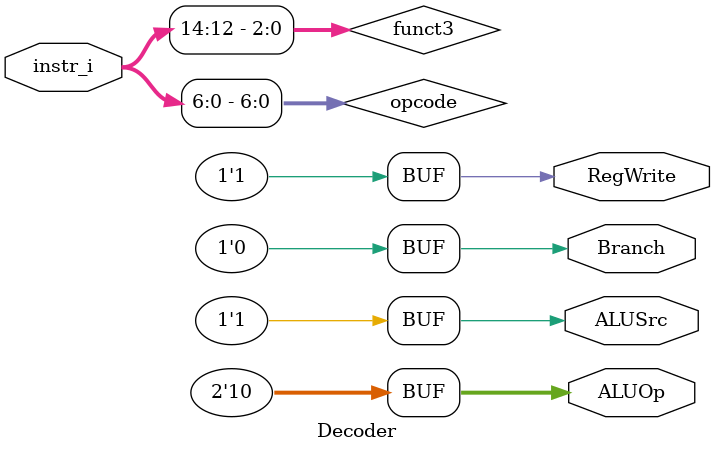
<source format=v>
`timescale 1ns/1ps

module Decoder(
	input	[32-1:0] 	instr_i,
	output wire			ALUSrc,
	output wire			RegWrite,
	output wire			Branch,
	output wire [2-1:0]	ALUOp
	);
	
//Internal Signals
wire	[7-1:0]		opcode;
wire [3-1:0]		funct3;
wire	[3-1:0]		Instr_field;
wire	[9-1:0]		Ctrl_o;

/* Write your code HERE */
	assign opcode = instr_i[6:0];
	assign funct3 = instr_i[14:12];

	assign ALUSrc= 1'b1;
	assign RegWrite= 1'b1; 
	assign Branch= 1'b0;
	assign ALUOp= 2'b10;   

endmodule





                    
                    

</source>
